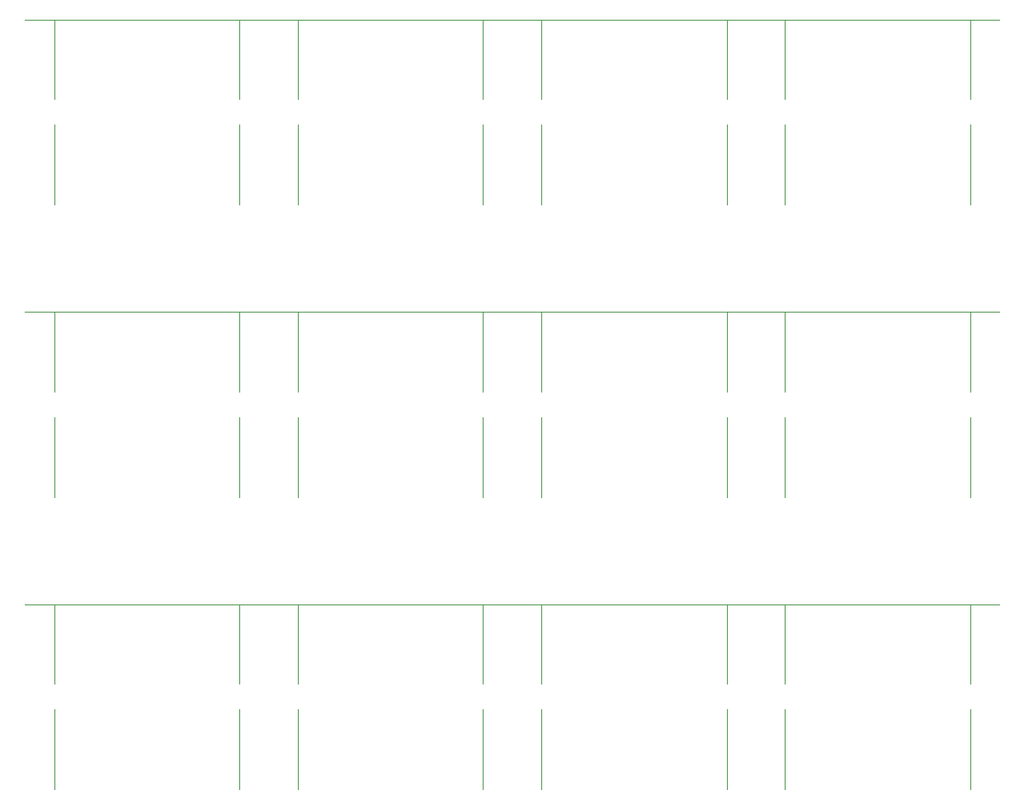
<source format=gbo>
G04 #@! TF.GenerationSoftware,KiCad,Pcbnew,(5.0.0-3-g5ebb6b6)*
G04 #@! TF.CreationDate,2018-09-11T22:55:40+09:00*
G04 #@! TF.ProjectId,panelising_topre_pad_elecrow,70616E656C6973696E675F746F707265,rev?*
G04 #@! TF.SameCoordinates,Original*
G04 #@! TF.FileFunction,Legend,Bot*
G04 #@! TF.FilePolarity,Positive*
%FSLAX46Y46*%
G04 Gerber Fmt 4.6, Leading zero omitted, Abs format (unit mm)*
G04 Created by KiCad (PCBNEW (5.0.0-3-g5ebb6b6)) date 2018 September 11, Tuesday 22:55:40*
%MOMM*%
%LPD*%
G01*
G04 APERTURE LIST*
%ADD10C,0.100000*%
%ADD11C,1.600000*%
%ADD12R,1.900000X1.900000*%
%ADD13C,2.100000*%
%ADD14R,2.100000X2.100000*%
%ADD15C,2.600000*%
G04 APERTURE END LIST*
D10*
X52750000Y-75750000D02*
X77750000Y-75750000D01*
X74750000Y-94750000D02*
X74750000Y-75750000D01*
X55750000Y-94750000D02*
X55750000Y-75750000D01*
X77750000Y-75750000D02*
X102750000Y-75750000D01*
X99750000Y-94750000D02*
X99750000Y-75750000D01*
X80750000Y-94750000D02*
X80750000Y-75750000D01*
X102750000Y-75750000D02*
X127750000Y-75750000D01*
X124750000Y-94750000D02*
X124750000Y-75750000D01*
X105750000Y-94750000D02*
X105750000Y-75750000D01*
X52750000Y-105750000D02*
X77750000Y-105750000D01*
X74750000Y-124750000D02*
X74750000Y-105750000D01*
X55750000Y-124750000D02*
X55750000Y-105750000D01*
X77750000Y-105750000D02*
X102750000Y-105750000D01*
X99750000Y-124750000D02*
X99750000Y-105750000D01*
X80750000Y-124750000D02*
X80750000Y-105750000D01*
X102750000Y-105750000D02*
X127750000Y-105750000D01*
X124750000Y-124750000D02*
X124750000Y-105750000D01*
X105750000Y-124750000D02*
X105750000Y-105750000D01*
X127750000Y-75750000D02*
X152750000Y-75750000D01*
X149750000Y-94750000D02*
X149750000Y-75750000D01*
X130750000Y-94750000D02*
X130750000Y-75750000D01*
X127750000Y-105750000D02*
X152750000Y-105750000D01*
X149750000Y-124750000D02*
X149750000Y-105750000D01*
X130750000Y-124750000D02*
X130750000Y-105750000D01*
X52750000Y-135750000D02*
X77750000Y-135750000D01*
X74750000Y-154750000D02*
X74750000Y-135750000D01*
X55750000Y-154750000D02*
X55750000Y-135750000D01*
X77750000Y-135750000D02*
X102750000Y-135750000D01*
X99750000Y-154750000D02*
X99750000Y-135750000D01*
X80750000Y-154750000D02*
X80750000Y-135750000D01*
X102750000Y-135750000D02*
X127750000Y-135750000D01*
X124750000Y-154750000D02*
X124750000Y-135750000D01*
X105750000Y-154750000D02*
X105750000Y-135750000D01*
X127750000Y-135750000D02*
X152750000Y-135750000D01*
X149750000Y-154750000D02*
X149750000Y-135750000D01*
X130750000Y-154750000D02*
X130750000Y-135750000D01*
%LPC*%
D11*
G04 #@! TO.C,SW_EC1*
X66550000Y-85250000D03*
X63950000Y-85250000D03*
G04 #@! TD*
D12*
G04 #@! TO.C,REF\002A\002A*
X76026000Y-77754000D03*
G04 #@! TD*
D13*
G04 #@! TO.C,P?*
X72200000Y-78450000D03*
G04 #@! TD*
G04 #@! TO.C,REF\002A\002A*
X58200000Y-92200000D03*
G04 #@! TD*
D14*
G04 #@! TO.C,P?*
X65276000Y-68504000D03*
G04 #@! TD*
D15*
G04 #@! TO.C,HOLE_M2.6*
X74775000Y-85250000D03*
G04 #@! TD*
G04 #@! TO.C,HOLE_M2.6*
X55750000Y-85250000D03*
G04 #@! TD*
D13*
G04 #@! TO.C,P?*
X62750000Y-68500000D03*
G04 #@! TD*
G04 #@! TO.C,P?*
X67750000Y-68500000D03*
G04 #@! TD*
D11*
G04 #@! TO.C,SW_EC1*
X91550000Y-85250000D03*
X88950000Y-85250000D03*
G04 #@! TD*
D12*
G04 #@! TO.C,REF\002A\002A*
X101026000Y-77754000D03*
G04 #@! TD*
D13*
G04 #@! TO.C,P?*
X97200000Y-78450000D03*
G04 #@! TD*
G04 #@! TO.C,REF\002A\002A*
X83200000Y-92200000D03*
G04 #@! TD*
D14*
G04 #@! TO.C,P?*
X90276000Y-68504000D03*
G04 #@! TD*
D15*
G04 #@! TO.C,HOLE_M2.6*
X99775000Y-85250000D03*
G04 #@! TD*
G04 #@! TO.C,HOLE_M2.6*
X80750000Y-85250000D03*
G04 #@! TD*
D13*
G04 #@! TO.C,P?*
X87750000Y-68500000D03*
G04 #@! TD*
G04 #@! TO.C,P?*
X92750000Y-68500000D03*
G04 #@! TD*
D11*
G04 #@! TO.C,SW_EC1*
X116550000Y-85250000D03*
X113950000Y-85250000D03*
G04 #@! TD*
D12*
G04 #@! TO.C,REF\002A\002A*
X126026000Y-77754000D03*
G04 #@! TD*
D13*
G04 #@! TO.C,P?*
X122200000Y-78450000D03*
G04 #@! TD*
G04 #@! TO.C,REF\002A\002A*
X108200000Y-92200000D03*
G04 #@! TD*
D14*
G04 #@! TO.C,P?*
X115276000Y-68504000D03*
G04 #@! TD*
D15*
G04 #@! TO.C,HOLE_M2.6*
X124775000Y-85250000D03*
G04 #@! TD*
G04 #@! TO.C,HOLE_M2.6*
X105750000Y-85250000D03*
G04 #@! TD*
D13*
G04 #@! TO.C,P?*
X112750000Y-68500000D03*
G04 #@! TD*
G04 #@! TO.C,P?*
X117750000Y-68500000D03*
G04 #@! TD*
D11*
G04 #@! TO.C,SW_EC1*
X66550000Y-115250000D03*
X63950000Y-115250000D03*
G04 #@! TD*
D12*
G04 #@! TO.C,REF\002A\002A*
X76026000Y-107754000D03*
G04 #@! TD*
D13*
G04 #@! TO.C,P?*
X72200000Y-108450000D03*
G04 #@! TD*
G04 #@! TO.C,REF\002A\002A*
X58200000Y-122200000D03*
G04 #@! TD*
D14*
G04 #@! TO.C,P?*
X65276000Y-98504000D03*
G04 #@! TD*
D15*
G04 #@! TO.C,HOLE_M2.6*
X74775000Y-115250000D03*
G04 #@! TD*
G04 #@! TO.C,HOLE_M2.6*
X55750000Y-115250000D03*
G04 #@! TD*
D13*
G04 #@! TO.C,P?*
X62750000Y-98500000D03*
G04 #@! TD*
G04 #@! TO.C,P?*
X67750000Y-98500000D03*
G04 #@! TD*
D11*
G04 #@! TO.C,SW_EC1*
X91550000Y-115250000D03*
X88950000Y-115250000D03*
G04 #@! TD*
D12*
G04 #@! TO.C,REF\002A\002A*
X101026000Y-107754000D03*
G04 #@! TD*
D13*
G04 #@! TO.C,P?*
X97200000Y-108450000D03*
G04 #@! TD*
G04 #@! TO.C,REF\002A\002A*
X83200000Y-122200000D03*
G04 #@! TD*
D14*
G04 #@! TO.C,P?*
X90276000Y-98504000D03*
G04 #@! TD*
D15*
G04 #@! TO.C,HOLE_M2.6*
X99775000Y-115250000D03*
G04 #@! TD*
G04 #@! TO.C,HOLE_M2.6*
X80750000Y-115250000D03*
G04 #@! TD*
D13*
G04 #@! TO.C,P?*
X87750000Y-98500000D03*
G04 #@! TD*
G04 #@! TO.C,P?*
X92750000Y-98500000D03*
G04 #@! TD*
D11*
G04 #@! TO.C,SW_EC1*
X116550000Y-115250000D03*
X113950000Y-115250000D03*
G04 #@! TD*
D12*
G04 #@! TO.C,REF\002A\002A*
X126026000Y-107754000D03*
G04 #@! TD*
D13*
G04 #@! TO.C,P?*
X122200000Y-108450000D03*
G04 #@! TD*
G04 #@! TO.C,REF\002A\002A*
X108200000Y-122200000D03*
G04 #@! TD*
D14*
G04 #@! TO.C,P?*
X115276000Y-98504000D03*
G04 #@! TD*
D15*
G04 #@! TO.C,HOLE_M2.6*
X124775000Y-115250000D03*
G04 #@! TD*
G04 #@! TO.C,HOLE_M2.6*
X105750000Y-115250000D03*
G04 #@! TD*
D13*
G04 #@! TO.C,P?*
X112750000Y-98500000D03*
G04 #@! TD*
G04 #@! TO.C,P?*
X117750000Y-98500000D03*
G04 #@! TD*
D11*
G04 #@! TO.C,SW_EC1*
X141550000Y-85250000D03*
X138950000Y-85250000D03*
G04 #@! TD*
D12*
G04 #@! TO.C,REF\002A\002A*
X151026000Y-77754000D03*
G04 #@! TD*
D13*
G04 #@! TO.C,P?*
X147200000Y-78450000D03*
G04 #@! TD*
G04 #@! TO.C,REF\002A\002A*
X133200000Y-92200000D03*
G04 #@! TD*
D14*
G04 #@! TO.C,P?*
X140276000Y-68504000D03*
G04 #@! TD*
D15*
G04 #@! TO.C,HOLE_M2.6*
X149775000Y-85250000D03*
G04 #@! TD*
G04 #@! TO.C,HOLE_M2.6*
X130750000Y-85250000D03*
G04 #@! TD*
D13*
G04 #@! TO.C,P?*
X137750000Y-68500000D03*
G04 #@! TD*
G04 #@! TO.C,P?*
X142750000Y-68500000D03*
G04 #@! TD*
D11*
G04 #@! TO.C,SW_EC1*
X141550000Y-115250000D03*
X138950000Y-115250000D03*
G04 #@! TD*
D12*
G04 #@! TO.C,REF\002A\002A*
X151026000Y-107754000D03*
G04 #@! TD*
D13*
G04 #@! TO.C,P?*
X147200000Y-108450000D03*
G04 #@! TD*
G04 #@! TO.C,REF\002A\002A*
X133200000Y-122200000D03*
G04 #@! TD*
D14*
G04 #@! TO.C,P?*
X140276000Y-98504000D03*
G04 #@! TD*
D15*
G04 #@! TO.C,HOLE_M2.6*
X149775000Y-115250000D03*
G04 #@! TD*
G04 #@! TO.C,HOLE_M2.6*
X130750000Y-115250000D03*
G04 #@! TD*
D13*
G04 #@! TO.C,P?*
X137750000Y-98500000D03*
G04 #@! TD*
G04 #@! TO.C,P?*
X142750000Y-98500000D03*
G04 #@! TD*
D11*
G04 #@! TO.C,SW_EC1*
X66550000Y-145250000D03*
X63950000Y-145250000D03*
G04 #@! TD*
D12*
G04 #@! TO.C,REF\002A\002A*
X76026000Y-137754000D03*
G04 #@! TD*
D13*
G04 #@! TO.C,P?*
X72200000Y-138450000D03*
G04 #@! TD*
G04 #@! TO.C,REF\002A\002A*
X58200000Y-152200000D03*
G04 #@! TD*
D14*
G04 #@! TO.C,P?*
X65276000Y-128504000D03*
G04 #@! TD*
D15*
G04 #@! TO.C,HOLE_M2.6*
X74775000Y-145250000D03*
G04 #@! TD*
G04 #@! TO.C,HOLE_M2.6*
X55750000Y-145250000D03*
G04 #@! TD*
D13*
G04 #@! TO.C,P?*
X62750000Y-128500000D03*
G04 #@! TD*
G04 #@! TO.C,P?*
X67750000Y-128500000D03*
G04 #@! TD*
D11*
G04 #@! TO.C,SW_EC1*
X91550000Y-145250000D03*
X88950000Y-145250000D03*
G04 #@! TD*
D12*
G04 #@! TO.C,REF\002A\002A*
X101026000Y-137754000D03*
G04 #@! TD*
D13*
G04 #@! TO.C,P?*
X97200000Y-138450000D03*
G04 #@! TD*
G04 #@! TO.C,REF\002A\002A*
X83200000Y-152200000D03*
G04 #@! TD*
D14*
G04 #@! TO.C,P?*
X90276000Y-128504000D03*
G04 #@! TD*
D15*
G04 #@! TO.C,HOLE_M2.6*
X99775000Y-145250000D03*
G04 #@! TD*
G04 #@! TO.C,HOLE_M2.6*
X80750000Y-145250000D03*
G04 #@! TD*
D13*
G04 #@! TO.C,P?*
X87750000Y-128500000D03*
G04 #@! TD*
G04 #@! TO.C,P?*
X92750000Y-128500000D03*
G04 #@! TD*
D11*
G04 #@! TO.C,SW_EC1*
X116550000Y-145250000D03*
X113950000Y-145250000D03*
G04 #@! TD*
D12*
G04 #@! TO.C,REF\002A\002A*
X126026000Y-137754000D03*
G04 #@! TD*
D13*
G04 #@! TO.C,P?*
X122200000Y-138450000D03*
G04 #@! TD*
G04 #@! TO.C,REF\002A\002A*
X108200000Y-152200000D03*
G04 #@! TD*
D14*
G04 #@! TO.C,P?*
X115276000Y-128504000D03*
G04 #@! TD*
D15*
G04 #@! TO.C,HOLE_M2.6*
X124775000Y-145250000D03*
G04 #@! TD*
G04 #@! TO.C,HOLE_M2.6*
X105750000Y-145250000D03*
G04 #@! TD*
D13*
G04 #@! TO.C,P?*
X112750000Y-128500000D03*
G04 #@! TD*
G04 #@! TO.C,P?*
X117750000Y-128500000D03*
G04 #@! TD*
D11*
G04 #@! TO.C,SW_EC1*
X141550000Y-145250000D03*
X138950000Y-145250000D03*
G04 #@! TD*
D12*
G04 #@! TO.C,REF\002A\002A*
X151026000Y-137754000D03*
G04 #@! TD*
D13*
G04 #@! TO.C,P?*
X147200000Y-138450000D03*
G04 #@! TD*
G04 #@! TO.C,REF\002A\002A*
X133200000Y-152200000D03*
G04 #@! TD*
D14*
G04 #@! TO.C,P?*
X140276000Y-128504000D03*
G04 #@! TD*
D15*
G04 #@! TO.C,HOLE_M2.6*
X149775000Y-145250000D03*
G04 #@! TD*
G04 #@! TO.C,HOLE_M2.6*
X130750000Y-145250000D03*
G04 #@! TD*
D13*
G04 #@! TO.C,P?*
X137750000Y-128500000D03*
G04 #@! TD*
G04 #@! TO.C,P?*
X142750000Y-128500000D03*
G04 #@! TD*
M02*

</source>
